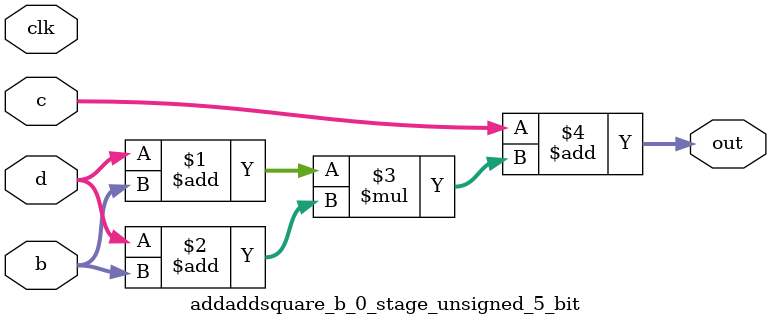
<source format=sv>
(* use_dsp = "yes" *) module addaddsquare_b_0_stage_unsigned_5_bit(
	input  [4:0] b,
	input  [4:0] c,
	input  [4:0] d,
	output [4:0] out,
	input clk);

	assign out = c + ((d + b) * (d + b));
endmodule

</source>
